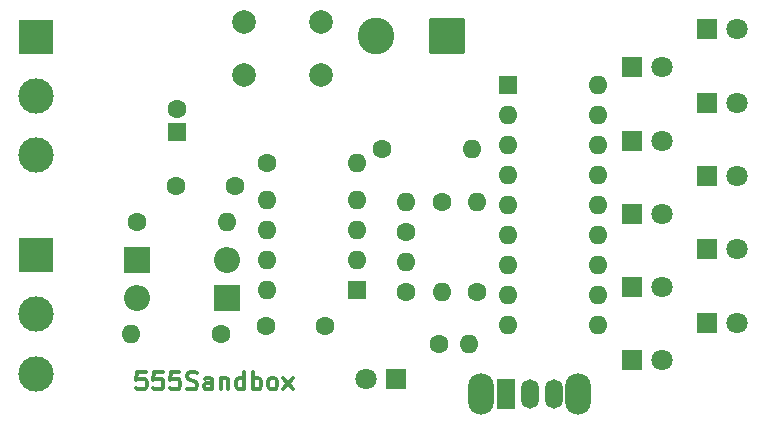
<source format=gts>
G04 #@! TF.GenerationSoftware,KiCad,Pcbnew,8.0.1*
G04 #@! TF.CreationDate,2024-05-04T08:57:23+08:00*
G04 #@! TF.ProjectId,555Sandbox,35353553-616e-4646-926f-782e6b696361,rev?*
G04 #@! TF.SameCoordinates,Original*
G04 #@! TF.FileFunction,Soldermask,Top*
G04 #@! TF.FilePolarity,Negative*
%FSLAX46Y46*%
G04 Gerber Fmt 4.6, Leading zero omitted, Abs format (unit mm)*
G04 Created by KiCad (PCBNEW 8.0.1) date 2024-05-04 08:57:23*
%MOMM*%
%LPD*%
G01*
G04 APERTURE LIST*
G04 Aperture macros list*
%AMRoundRect*
0 Rectangle with rounded corners*
0 $1 Rounding radius*
0 $2 $3 $4 $5 $6 $7 $8 $9 X,Y pos of 4 corners*
0 Add a 4 corners polygon primitive as box body*
4,1,4,$2,$3,$4,$5,$6,$7,$8,$9,$2,$3,0*
0 Add four circle primitives for the rounded corners*
1,1,$1+$1,$2,$3*
1,1,$1+$1,$4,$5*
1,1,$1+$1,$6,$7*
1,1,$1+$1,$8,$9*
0 Add four rect primitives between the rounded corners*
20,1,$1+$1,$2,$3,$4,$5,0*
20,1,$1+$1,$4,$5,$6,$7,0*
20,1,$1+$1,$6,$7,$8,$9,0*
20,1,$1+$1,$8,$9,$2,$3,0*%
G04 Aperture macros list end*
%ADD10C,0.300000*%
%ADD11R,1.600000X1.600000*%
%ADD12O,1.600000X1.600000*%
%ADD13R,1.800000X1.800000*%
%ADD14C,1.800000*%
%ADD15O,1.500000X2.500000*%
%ADD16R,1.500000X2.500000*%
%ADD17O,2.200000X3.500000*%
%ADD18C,1.600000*%
%ADD19R,2.200000X2.200000*%
%ADD20O,2.200000X2.200000*%
%ADD21C,2.000000*%
%ADD22RoundRect,0.249999X1.300001X1.300001X-1.300001X1.300001X-1.300001X-1.300001X1.300001X-1.300001X0*%
%ADD23C,3.100000*%
%ADD24R,3.000000X3.000000*%
%ADD25C,3.000000*%
G04 APERTURE END LIST*
D10*
X88843796Y-96400828D02*
X88129510Y-96400828D01*
X88129510Y-96400828D02*
X88058082Y-97115114D01*
X88058082Y-97115114D02*
X88129510Y-97043685D01*
X88129510Y-97043685D02*
X88272368Y-96972257D01*
X88272368Y-96972257D02*
X88629510Y-96972257D01*
X88629510Y-96972257D02*
X88772368Y-97043685D01*
X88772368Y-97043685D02*
X88843796Y-97115114D01*
X88843796Y-97115114D02*
X88915225Y-97257971D01*
X88915225Y-97257971D02*
X88915225Y-97615114D01*
X88915225Y-97615114D02*
X88843796Y-97757971D01*
X88843796Y-97757971D02*
X88772368Y-97829400D01*
X88772368Y-97829400D02*
X88629510Y-97900828D01*
X88629510Y-97900828D02*
X88272368Y-97900828D01*
X88272368Y-97900828D02*
X88129510Y-97829400D01*
X88129510Y-97829400D02*
X88058082Y-97757971D01*
X90272367Y-96400828D02*
X89558081Y-96400828D01*
X89558081Y-96400828D02*
X89486653Y-97115114D01*
X89486653Y-97115114D02*
X89558081Y-97043685D01*
X89558081Y-97043685D02*
X89700939Y-96972257D01*
X89700939Y-96972257D02*
X90058081Y-96972257D01*
X90058081Y-96972257D02*
X90200939Y-97043685D01*
X90200939Y-97043685D02*
X90272367Y-97115114D01*
X90272367Y-97115114D02*
X90343796Y-97257971D01*
X90343796Y-97257971D02*
X90343796Y-97615114D01*
X90343796Y-97615114D02*
X90272367Y-97757971D01*
X90272367Y-97757971D02*
X90200939Y-97829400D01*
X90200939Y-97829400D02*
X90058081Y-97900828D01*
X90058081Y-97900828D02*
X89700939Y-97900828D01*
X89700939Y-97900828D02*
X89558081Y-97829400D01*
X89558081Y-97829400D02*
X89486653Y-97757971D01*
X91700938Y-96400828D02*
X90986652Y-96400828D01*
X90986652Y-96400828D02*
X90915224Y-97115114D01*
X90915224Y-97115114D02*
X90986652Y-97043685D01*
X90986652Y-97043685D02*
X91129510Y-96972257D01*
X91129510Y-96972257D02*
X91486652Y-96972257D01*
X91486652Y-96972257D02*
X91629510Y-97043685D01*
X91629510Y-97043685D02*
X91700938Y-97115114D01*
X91700938Y-97115114D02*
X91772367Y-97257971D01*
X91772367Y-97257971D02*
X91772367Y-97615114D01*
X91772367Y-97615114D02*
X91700938Y-97757971D01*
X91700938Y-97757971D02*
X91629510Y-97829400D01*
X91629510Y-97829400D02*
X91486652Y-97900828D01*
X91486652Y-97900828D02*
X91129510Y-97900828D01*
X91129510Y-97900828D02*
X90986652Y-97829400D01*
X90986652Y-97829400D02*
X90915224Y-97757971D01*
X92343795Y-97829400D02*
X92558081Y-97900828D01*
X92558081Y-97900828D02*
X92915223Y-97900828D01*
X92915223Y-97900828D02*
X93058081Y-97829400D01*
X93058081Y-97829400D02*
X93129509Y-97757971D01*
X93129509Y-97757971D02*
X93200938Y-97615114D01*
X93200938Y-97615114D02*
X93200938Y-97472257D01*
X93200938Y-97472257D02*
X93129509Y-97329400D01*
X93129509Y-97329400D02*
X93058081Y-97257971D01*
X93058081Y-97257971D02*
X92915223Y-97186542D01*
X92915223Y-97186542D02*
X92629509Y-97115114D01*
X92629509Y-97115114D02*
X92486652Y-97043685D01*
X92486652Y-97043685D02*
X92415223Y-96972257D01*
X92415223Y-96972257D02*
X92343795Y-96829400D01*
X92343795Y-96829400D02*
X92343795Y-96686542D01*
X92343795Y-96686542D02*
X92415223Y-96543685D01*
X92415223Y-96543685D02*
X92486652Y-96472257D01*
X92486652Y-96472257D02*
X92629509Y-96400828D01*
X92629509Y-96400828D02*
X92986652Y-96400828D01*
X92986652Y-96400828D02*
X93200938Y-96472257D01*
X94486652Y-97900828D02*
X94486652Y-97115114D01*
X94486652Y-97115114D02*
X94415223Y-96972257D01*
X94415223Y-96972257D02*
X94272366Y-96900828D01*
X94272366Y-96900828D02*
X93986652Y-96900828D01*
X93986652Y-96900828D02*
X93843794Y-96972257D01*
X94486652Y-97829400D02*
X94343794Y-97900828D01*
X94343794Y-97900828D02*
X93986652Y-97900828D01*
X93986652Y-97900828D02*
X93843794Y-97829400D01*
X93843794Y-97829400D02*
X93772366Y-97686542D01*
X93772366Y-97686542D02*
X93772366Y-97543685D01*
X93772366Y-97543685D02*
X93843794Y-97400828D01*
X93843794Y-97400828D02*
X93986652Y-97329400D01*
X93986652Y-97329400D02*
X94343794Y-97329400D01*
X94343794Y-97329400D02*
X94486652Y-97257971D01*
X95200937Y-96900828D02*
X95200937Y-97900828D01*
X95200937Y-97043685D02*
X95272366Y-96972257D01*
X95272366Y-96972257D02*
X95415223Y-96900828D01*
X95415223Y-96900828D02*
X95629509Y-96900828D01*
X95629509Y-96900828D02*
X95772366Y-96972257D01*
X95772366Y-96972257D02*
X95843795Y-97115114D01*
X95843795Y-97115114D02*
X95843795Y-97900828D01*
X97200938Y-97900828D02*
X97200938Y-96400828D01*
X97200938Y-97829400D02*
X97058080Y-97900828D01*
X97058080Y-97900828D02*
X96772366Y-97900828D01*
X96772366Y-97900828D02*
X96629509Y-97829400D01*
X96629509Y-97829400D02*
X96558080Y-97757971D01*
X96558080Y-97757971D02*
X96486652Y-97615114D01*
X96486652Y-97615114D02*
X96486652Y-97186542D01*
X96486652Y-97186542D02*
X96558080Y-97043685D01*
X96558080Y-97043685D02*
X96629509Y-96972257D01*
X96629509Y-96972257D02*
X96772366Y-96900828D01*
X96772366Y-96900828D02*
X97058080Y-96900828D01*
X97058080Y-96900828D02*
X97200938Y-96972257D01*
X97915223Y-97900828D02*
X97915223Y-96400828D01*
X97915223Y-96972257D02*
X98058081Y-96900828D01*
X98058081Y-96900828D02*
X98343795Y-96900828D01*
X98343795Y-96900828D02*
X98486652Y-96972257D01*
X98486652Y-96972257D02*
X98558081Y-97043685D01*
X98558081Y-97043685D02*
X98629509Y-97186542D01*
X98629509Y-97186542D02*
X98629509Y-97615114D01*
X98629509Y-97615114D02*
X98558081Y-97757971D01*
X98558081Y-97757971D02*
X98486652Y-97829400D01*
X98486652Y-97829400D02*
X98343795Y-97900828D01*
X98343795Y-97900828D02*
X98058081Y-97900828D01*
X98058081Y-97900828D02*
X97915223Y-97829400D01*
X99486652Y-97900828D02*
X99343795Y-97829400D01*
X99343795Y-97829400D02*
X99272366Y-97757971D01*
X99272366Y-97757971D02*
X99200938Y-97615114D01*
X99200938Y-97615114D02*
X99200938Y-97186542D01*
X99200938Y-97186542D02*
X99272366Y-97043685D01*
X99272366Y-97043685D02*
X99343795Y-96972257D01*
X99343795Y-96972257D02*
X99486652Y-96900828D01*
X99486652Y-96900828D02*
X99700938Y-96900828D01*
X99700938Y-96900828D02*
X99843795Y-96972257D01*
X99843795Y-96972257D02*
X99915224Y-97043685D01*
X99915224Y-97043685D02*
X99986652Y-97186542D01*
X99986652Y-97186542D02*
X99986652Y-97615114D01*
X99986652Y-97615114D02*
X99915224Y-97757971D01*
X99915224Y-97757971D02*
X99843795Y-97829400D01*
X99843795Y-97829400D02*
X99700938Y-97900828D01*
X99700938Y-97900828D02*
X99486652Y-97900828D01*
X100486652Y-97900828D02*
X101272367Y-96900828D01*
X100486652Y-96900828D02*
X101272367Y-97900828D01*
D11*
X106720000Y-89440000D03*
D12*
X106720000Y-86900000D03*
X106720000Y-84360000D03*
X106720000Y-81820000D03*
X99100000Y-81820000D03*
X99100000Y-84360000D03*
X99100000Y-86900000D03*
X99100000Y-89440000D03*
D13*
X130020000Y-76830000D03*
D14*
X132560000Y-76830000D03*
D15*
X123370000Y-98300000D03*
X121370000Y-98300000D03*
D16*
X119370000Y-98300000D03*
D17*
X125470000Y-98300000D03*
X117270000Y-98300000D03*
D13*
X110050000Y-97050000D03*
D14*
X107510000Y-97050000D03*
D18*
X113930000Y-82010000D03*
D12*
X113930000Y-89630000D03*
D19*
X88110000Y-86940000D03*
D20*
X95730000Y-86940000D03*
D21*
X97200000Y-66800000D03*
X103700000Y-66800000D03*
X97200000Y-71300000D03*
X103700000Y-71300000D03*
D11*
X91500000Y-76124264D03*
D18*
X91500000Y-74124264D03*
D13*
X136330000Y-73630000D03*
D14*
X138870000Y-73630000D03*
D18*
X95220000Y-93240000D03*
D12*
X87600000Y-93240000D03*
D18*
X110900000Y-84540000D03*
D12*
X110900000Y-82000000D03*
D18*
X113705000Y-94050000D03*
D12*
X116245000Y-94050000D03*
D13*
X136350000Y-86030000D03*
D14*
X138890000Y-86030000D03*
D11*
X119530000Y-72130000D03*
D12*
X119530000Y-74670000D03*
X119530000Y-77210000D03*
X119530000Y-79750000D03*
X119530000Y-82290000D03*
X119530000Y-84830000D03*
X119530000Y-87370000D03*
X119530000Y-89910000D03*
X119530000Y-92450000D03*
X127150000Y-92450000D03*
X127150000Y-89910000D03*
X127150000Y-87370000D03*
X127150000Y-84830000D03*
X127150000Y-82290000D03*
X127150000Y-79750000D03*
X127150000Y-77210000D03*
X127150000Y-74670000D03*
X127150000Y-72130000D03*
D13*
X136335000Y-92230000D03*
D14*
X138875000Y-92230000D03*
D18*
X108890000Y-77500000D03*
D12*
X116510000Y-77500000D03*
D22*
X114350000Y-68000000D03*
D23*
X108350000Y-68000000D03*
D18*
X88110000Y-83750000D03*
D12*
X95730000Y-83750000D03*
D13*
X130000000Y-83030000D03*
D14*
X132540000Y-83030000D03*
D18*
X96400000Y-80700000D03*
X91400000Y-80700000D03*
D19*
X95730000Y-90140000D03*
D20*
X88110000Y-90140000D03*
D18*
X99020000Y-92540000D03*
X104020000Y-92540000D03*
D13*
X130020000Y-70580000D03*
D14*
X132560000Y-70580000D03*
D18*
X116930000Y-89630000D03*
D12*
X116930000Y-82010000D03*
D13*
X136355000Y-79830000D03*
D14*
X138895000Y-79830000D03*
D13*
X136330000Y-67380000D03*
D14*
X138870000Y-67380000D03*
D13*
X129985000Y-95430000D03*
D14*
X132525000Y-95430000D03*
D18*
X99110000Y-78740000D03*
D12*
X106730000Y-78740000D03*
D13*
X129985000Y-89230000D03*
D14*
X132525000Y-89230000D03*
D24*
X79550000Y-68050000D03*
D25*
X79550000Y-73050000D03*
X79550000Y-78050000D03*
D24*
X79550000Y-86550000D03*
D25*
X79550000Y-91550000D03*
X79550000Y-96550000D03*
D18*
X110900000Y-89630000D03*
D12*
X110900000Y-87090000D03*
M02*

</source>
